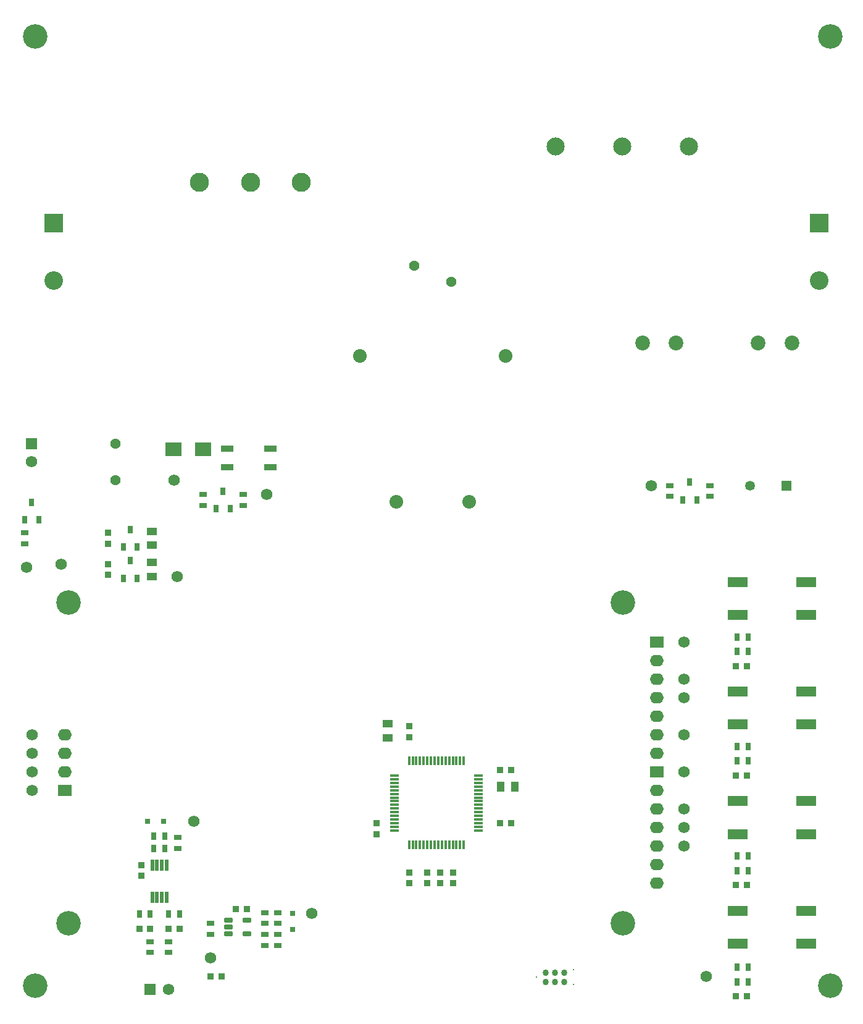
<source format=gts>
G04*
G04 #@! TF.GenerationSoftware,Altium Limited,CircuitStudio,1.5.2 (30)*
G04*
G04 Layer_Color=8388736*
%FSLAX44Y44*%
%MOMM*%
G71*
G01*
G75*
%ADD52R,0.9760X0.6760*%
%ADD53R,2.6760X1.4760*%
%ADD54R,0.8760X0.8760*%
%ADD55R,0.6760X0.9760*%
%ADD56R,0.8760X0.8760*%
%ADD57R,1.3760X0.9760*%
%ADD58R,2.2350X1.8540*%
%ADD59R,0.6760X0.6760*%
%ADD60R,1.7760X0.8760*%
%ADD61R,0.5260X1.5260*%
%ADD62R,0.6760X0.6760*%
G04:AMPARAMS|DCode=63|XSize=1.176mm|YSize=0.676mm|CornerRadius=0.113mm|HoleSize=0mm|Usage=FLASHONLY|Rotation=0.000|XOffset=0mm|YOffset=0mm|HoleType=Round|Shape=RoundedRectangle|*
%AMROUNDEDRECTD63*
21,1,1.1760,0.4500,0,0,0.0*
21,1,0.9500,0.6760,0,0,0.0*
1,1,0.2260,0.4750,-0.2250*
1,1,0.2260,-0.4750,-0.2250*
1,1,0.2260,-0.4750,0.2250*
1,1,0.2260,0.4750,0.2250*
%
%ADD63ROUNDEDRECTD63*%
%ADD64C,0.8634*%
%ADD65R,0.9760X1.3760*%
%ADD66R,0.3760X1.2760*%
%ADD67R,1.2760X0.3760*%
%ADD68O,1.8760X1.6060*%
%ADD69R,1.8760X1.6060*%
%ADD70C,1.5760*%
%ADD71C,3.3540*%
%ADD72C,2.0260*%
%ADD73C,1.8760*%
%ADD74C,2.5510*%
%ADD75R,2.5510X2.5510*%
%ADD76R,1.5760X1.5760*%
%ADD77R,1.3510X1.3510*%
%ADD78C,1.3510*%
%ADD79C,1.4260*%
%ADD80R,1.5760X1.5760*%
%ADD81C,0.2032*%
%ADD82C,2.4760*%
%ADD83C,2.6260*%
D52*
X485000Y932500D02*
D03*
Y947500D02*
D03*
X540000Y932500D02*
D03*
Y947500D02*
D03*
X1180000Y945000D02*
D03*
Y960000D02*
D03*
X1125000Y960000D02*
D03*
Y945000D02*
D03*
X412500Y335000D02*
D03*
Y320000D02*
D03*
X437500Y335000D02*
D03*
Y320000D02*
D03*
X450000Y462500D02*
D03*
Y477500D02*
D03*
X495000Y345000D02*
D03*
Y360000D02*
D03*
X587500Y345000D02*
D03*
Y330000D02*
D03*
X570000Y330000D02*
D03*
Y345000D02*
D03*
Y375000D02*
D03*
Y360000D02*
D03*
X587500Y360000D02*
D03*
Y375000D02*
D03*
X240000Y880000D02*
D03*
Y895000D02*
D03*
D53*
X1218000Y827500D02*
D03*
X1312000D02*
D03*
X1218000Y782500D02*
D03*
X1312000D02*
D03*
X1218000Y527500D02*
D03*
X1312000D02*
D03*
X1218000Y482500D02*
D03*
X1312000D02*
D03*
X1218000Y377500D02*
D03*
X1312000D02*
D03*
X1218000Y332500D02*
D03*
X1312000D02*
D03*
X1218000Y677500D02*
D03*
X1312000D02*
D03*
X1218000Y632500D02*
D03*
X1312000D02*
D03*
D54*
X1215500Y712500D02*
D03*
X1230500D02*
D03*
X1215500Y562500D02*
D03*
X1230500D02*
D03*
X1215500Y412500D02*
D03*
X1230500D02*
D03*
X1215500Y260000D02*
D03*
X1230500D02*
D03*
X545000Y380000D02*
D03*
X530000D02*
D03*
X397500Y352500D02*
D03*
X412500D02*
D03*
X495000Y287500D02*
D03*
X510000D02*
D03*
X437500Y352500D02*
D03*
X452500D02*
D03*
X892500Y497500D02*
D03*
X907500D02*
D03*
X892500Y570000D02*
D03*
X907500D02*
D03*
D55*
X1232500Y752500D02*
D03*
X1217500D02*
D03*
X1217500Y732500D02*
D03*
X1232500D02*
D03*
X1232500Y602500D02*
D03*
X1217500D02*
D03*
X1217500Y582500D02*
D03*
X1232500D02*
D03*
X1232500Y452500D02*
D03*
X1217500D02*
D03*
X1217500Y432500D02*
D03*
X1232500D02*
D03*
X1217500Y280000D02*
D03*
X1232500D02*
D03*
X1232500Y300000D02*
D03*
X1217500D02*
D03*
X1143000Y940500D02*
D03*
X1162000D02*
D03*
X1152500Y964500D02*
D03*
X385000Y857000D02*
D03*
X394500Y833000D02*
D03*
X375500D02*
D03*
Y875500D02*
D03*
X394500D02*
D03*
X385000Y899500D02*
D03*
X503000Y928000D02*
D03*
X522000D02*
D03*
X512500Y952000D02*
D03*
X412500Y372500D02*
D03*
X397500D02*
D03*
X432500Y480000D02*
D03*
X417500D02*
D03*
X417500Y462500D02*
D03*
X432500D02*
D03*
X240500Y913000D02*
D03*
X259500D02*
D03*
X250000Y937000D02*
D03*
X437500Y372500D02*
D03*
X452500D02*
D03*
D56*
X355000Y852500D02*
D03*
Y837500D02*
D03*
Y895000D02*
D03*
Y880000D02*
D03*
X722500Y482500D02*
D03*
Y497500D02*
D03*
X400000Y440000D02*
D03*
Y425000D02*
D03*
X767500Y615000D02*
D03*
Y630000D02*
D03*
Y430000D02*
D03*
Y415000D02*
D03*
X827500Y430000D02*
D03*
Y415000D02*
D03*
X810000Y430000D02*
D03*
Y415000D02*
D03*
X792500Y430000D02*
D03*
Y415000D02*
D03*
D57*
X415000Y835500D02*
D03*
Y854500D02*
D03*
X415000Y878000D02*
D03*
Y897000D02*
D03*
X737980Y614580D02*
D03*
Y633580D02*
D03*
D58*
X485320Y1010000D02*
D03*
X444680D02*
D03*
D59*
X607500Y373500D02*
D03*
Y351500D02*
D03*
D60*
X577000Y984800D02*
D03*
Y1010200D02*
D03*
X518000Y984800D02*
D03*
Y1010200D02*
D03*
D61*
X415250Y395500D02*
D03*
X421750D02*
D03*
X428250D02*
D03*
X434750D02*
D03*
X415250Y439500D02*
D03*
X421750D02*
D03*
X428250D02*
D03*
X434750D02*
D03*
D62*
X431000Y500000D02*
D03*
X409000D02*
D03*
D63*
X545500Y345500D02*
D03*
Y364500D02*
D03*
X519500Y345500D02*
D03*
Y355000D02*
D03*
Y364500D02*
D03*
D64*
X980200Y292500D02*
D03*
Y279800D02*
D03*
X967500Y292500D02*
D03*
Y279800D02*
D03*
X954800Y292500D02*
D03*
Y279800D02*
D03*
D65*
X893500Y547500D02*
D03*
X912500D02*
D03*
D66*
X767500Y467500D02*
D03*
X772500D02*
D03*
X777500D02*
D03*
X782500D02*
D03*
X787500D02*
D03*
X792500D02*
D03*
X797500D02*
D03*
X802500D02*
D03*
X807500D02*
D03*
X812500D02*
D03*
X817500D02*
D03*
X822500D02*
D03*
X827500D02*
D03*
X832500D02*
D03*
X837500D02*
D03*
X842500D02*
D03*
Y582500D02*
D03*
X837500D02*
D03*
X832500D02*
D03*
X827500D02*
D03*
X822500D02*
D03*
X817500D02*
D03*
X812500D02*
D03*
X807500D02*
D03*
X802500D02*
D03*
X797500D02*
D03*
X792500D02*
D03*
X787500D02*
D03*
X782500D02*
D03*
X777500D02*
D03*
X772500D02*
D03*
X767500D02*
D03*
D67*
X862500Y487500D02*
D03*
Y492500D02*
D03*
Y497500D02*
D03*
Y502500D02*
D03*
Y507500D02*
D03*
Y512500D02*
D03*
Y517500D02*
D03*
Y522500D02*
D03*
Y527500D02*
D03*
Y532500D02*
D03*
Y537500D02*
D03*
Y542500D02*
D03*
Y547500D02*
D03*
Y552500D02*
D03*
Y557500D02*
D03*
Y562500D02*
D03*
X747500D02*
D03*
Y557500D02*
D03*
Y552500D02*
D03*
Y547500D02*
D03*
Y542500D02*
D03*
Y537500D02*
D03*
Y532500D02*
D03*
Y527500D02*
D03*
Y522500D02*
D03*
Y517500D02*
D03*
Y512500D02*
D03*
Y507500D02*
D03*
Y502500D02*
D03*
Y497500D02*
D03*
Y492500D02*
D03*
Y487500D02*
D03*
D68*
X1107500Y414900D02*
D03*
Y440300D02*
D03*
Y465700D02*
D03*
Y491100D02*
D03*
Y516500D02*
D03*
Y541900D02*
D03*
X295000Y618100D02*
D03*
Y592700D02*
D03*
Y567300D02*
D03*
X1107500Y592700D02*
D03*
Y618100D02*
D03*
Y643500D02*
D03*
Y668900D02*
D03*
Y694300D02*
D03*
Y719700D02*
D03*
D69*
Y567300D02*
D03*
X295000Y541900D02*
D03*
X1107500Y745100D02*
D03*
D70*
X290000Y852500D02*
D03*
X242500Y847500D02*
D03*
X1100000Y960000D02*
D03*
X250400Y618100D02*
D03*
Y592700D02*
D03*
Y567300D02*
D03*
Y541900D02*
D03*
X449500Y835500D02*
D03*
X1175000Y287500D02*
D03*
X445000Y967500D02*
D03*
X572500Y947500D02*
D03*
X634000Y373500D02*
D03*
X495000Y312500D02*
D03*
X472500Y500000D02*
D03*
X250000Y992500D02*
D03*
X437500Y270000D02*
D03*
X1144800Y618100D02*
D03*
Y567300D02*
D03*
Y694300D02*
D03*
Y491100D02*
D03*
Y516500D02*
D03*
Y745100D02*
D03*
Y668900D02*
D03*
Y465700D02*
D03*
D71*
X1060800Y360000D02*
D03*
Y800000D02*
D03*
X300000D02*
D03*
Y360000D02*
D03*
X255000Y1575000D02*
D03*
X1345000D02*
D03*
Y275000D02*
D03*
X255000D02*
D03*
D72*
X1087500Y1155000D02*
D03*
X1133500D02*
D03*
X1292500D02*
D03*
X1246500D02*
D03*
D73*
X900000Y1137500D02*
D03*
X700000D02*
D03*
X750000Y937500D02*
D03*
X850000D02*
D03*
D74*
X1330000Y1240400D02*
D03*
X280000D02*
D03*
D75*
X1330000Y1319600D02*
D03*
X280000D02*
D03*
D76*
X250000Y1017500D02*
D03*
D77*
X1285000Y960000D02*
D03*
D78*
X1235000D02*
D03*
D79*
X825122Y1238814D02*
D03*
X774877Y1261185D02*
D03*
X365000Y1017500D02*
D03*
Y967500D02*
D03*
D80*
X412500Y270000D02*
D03*
D81*
X992900Y296310D02*
D03*
Y275990D02*
D03*
X942100Y286150D02*
D03*
D82*
X968600Y1424750D02*
D03*
X1060000D02*
D03*
X1151400D02*
D03*
D83*
X620000Y1375500D02*
D03*
X550000D02*
D03*
X480000D02*
D03*
M02*

</source>
